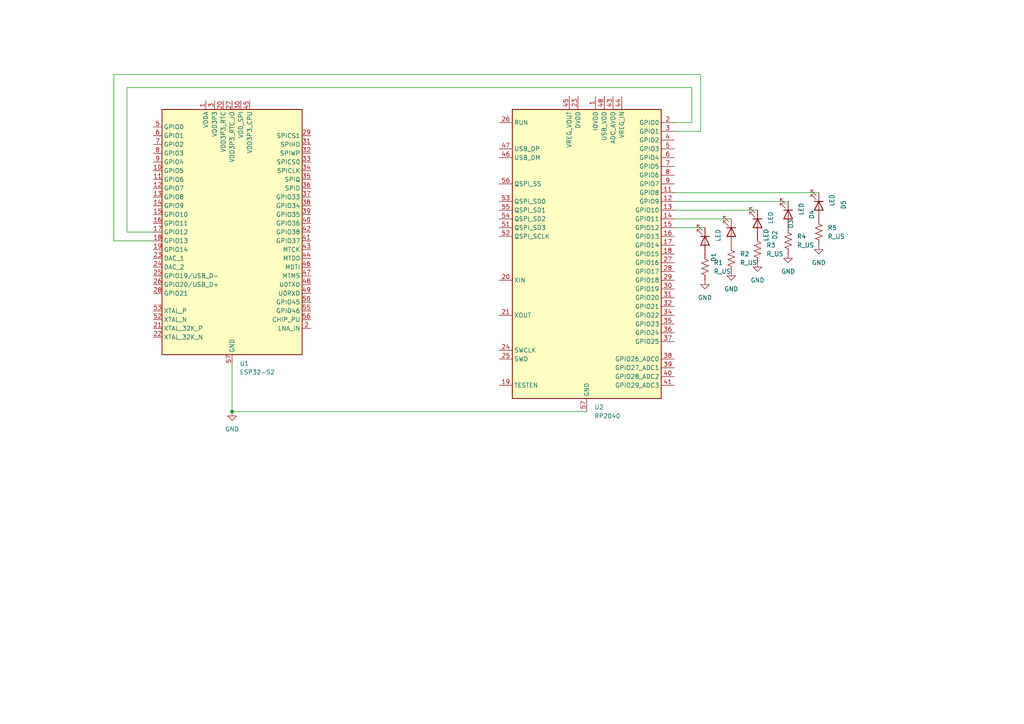
<source format=kicad_sch>
(kicad_sch (version 20231120) (generator "eeschema") (generator_version "8.0")
  (paper "A4")
  (lib_symbols
    (symbol "Device:LED" (pin_numbers hide) (pin_names (offset 1.016) hide)
      (property "Reference" "D" (at 0 2.54 0))
      (property "Value" "LED" (at 0 -2.54 0))
      (symbol "LED_0_1"
        (polyline (pts (xy -1.27 -1.27) (xy -1.27 1.27)) (stroke (width 0.254)))
        (polyline (pts (xy -1.27 0) (xy 1.27 0)))
        (polyline (pts (xy 1.27 -1.27) (xy 1.27 1.27) (xy -1.27 0) (xy 1.27 -1.27)) (stroke (width 0.254)))
        (polyline (pts (xy -3.048 -0.762) (xy -4.572 -2.286) (xy -3.81 -2.286) (xy -4.572 -2.286) (xy -4.572 -1.524)))
        (polyline (pts (xy -1.778 -0.762) (xy -3.302 -2.286) (xy -2.54 -2.286) (xy -3.302 -2.286) (xy -3.302 -1.524)))
      )
      (symbol "LED_1_1"
        (pin passive line (at -3.81 0 0) (length 2.54) (name "K") (number "1"))
        (pin passive line (at 3.81 0 180) (length 2.54) (name "A") (number "2"))
      )
    )
    (symbol "Device:R_US" (pin_numbers hide) (pin_names (offset 0))
      (property "Reference" "R" (at 2.54 0 90))
      (property "Value" "R_US" (at -2.54 0 90))
      (symbol "R_US_0_1"
        (polyline (pts (xy 0 -2.286) (xy 0 -2.54)))
        (polyline (pts (xy 0 2.286) (xy 0 2.54)))
        (polyline (pts (xy 0 -0.762) (xy 1.016 -1.143) (xy 0 -1.524) (xy -1.016 -1.905) (xy 0 -2.286)))
        (polyline (pts (xy 0 0.762) (xy 1.016 0.381) (xy 0 0) (xy -1.016 -0.381) (xy 0 -0.762)))
        (polyline (pts (xy 0 2.286) (xy 1.016 1.905) (xy 0 1.524) (xy -1.016 1.143) (xy 0 0.762)))
      )
      (symbol "R_US_1_1"
        (pin passive line (at 0 3.81 270) (length 1.27) (name "~") (number "1"))
        (pin passive line (at 0 -3.81 90) (length 1.27) (name "~") (number "2"))
      )
    )
    (symbol "MCU_Espressif:ESP32-S2"
      (property "Reference" "U" (at 12.7 -38.1 0))
      (property "Value" "ESP32-S2" (at 16.51 -40.64 0))
      (symbol "ESP32-S2_0_1"
        (rectangle (start -20.32 35.56) (end 20.32 -35.56) (stroke (width 0.254)) (fill (type background)))
      )
      (symbol "ESP32-S2_1_1"
        (pin power_in line (at -7.62 38.1 270) (length 2.54) (name "VDDA") (number "1"))
        (pin bidirectional line (at -22.86 17.78 0) (length 2.54) (name "GPIO5") (number "10"))
        (pin bidirectional line (at -22.86 15.24 0) (length 2.54) (name "GPIO6") (number "11"))
        (pin bidirectional line (at -22.86 12.7 0) (length 2.54) (name "GPIO7") (number "12"))
        (pin bidirectional line (at -22.86 10.16 0) (length 2.54) (name "GPIO8") (number "13"))
        (pin bidirectional line (at -22.86 7.62 0) (length 2.54) (name "GPIO9") (number "14"))
        (pin bidirectional line (at -22.86 5.08 0) (length 2.54) (name "GPIO10") (number "15"))
        (pin bidirectional line (at -22.86 2.54 0) (length 2.54) (name "GPIO11") (number "16"))
        (pin bidirectional line (at -22.86 0 0) (length 2.54) (name "GPIO12") (number "17"))
        (pin bidirectional line (at -22.86 -2.54 0) (length 2.54) (name "GPIO13") (number "18"))
        (pin bidirectional line (at -22.86 -5.08 0) (length 2.54) (name "GPIO14") (number "19"))
        (pin bidirectional line (at 22.86 -27.94 180) (length 2.54) (name "LNA_IN") (number "2"))
        (pin power_in line (at -2.54 38.1 270) (length 2.54) (name "VDD3P3_RTC") (number "20"))
        (pin passive line (at -22.86 -27.94 0) (length 2.54) (name "XTAL_32K_P") (number "21"))
        (pin passive line (at -22.86 -30.48 0) (length 2.54) (name "XTAL_32K_N") (number "22"))
        (pin bidirectional line (at -22.86 -7.62 0) (length 2.54) (name "DAC_1") (number "23"))
        (pin bidirectional line (at -22.86 -10.16 0) (length 2.54) (name "DAC_2") (number "24"))
        (pin bidirectional line (at -22.86 -12.7 0) (length 2.54) (name "GPIO19/USB_D-") (number "25"))
        (pin bidirectional line (at -22.86 -15.24 0) (length 2.54) (name "GPIO20/USB_D+") (number "26"))
        (pin power_in line (at 0 38.1 270) (length 2.54) (name "VDD3P3_RTC_IO") (number "27"))
        (pin bidirectional line (at -22.86 -17.78 0) (length 2.54) (name "GPIO21") (number "28"))
        (pin bidirectional line (at 22.86 27.94 180) (length 2.54) (name "SPICS1") (number "29"))
        (pin power_in line (at -5.08 38.1 270) (length 2.54) (name "VDD3P3") (number "3"))
        (pin power_out line (at 2.54 38.1 270) (length 2.54) (name "VDD_SPI") (number "30"))
        (pin bidirectional line (at 22.86 25.4 180) (length 2.54) (name "SPIHD") (number "31"))
        (pin bidirectional line (at 22.86 22.86 180) (length 2.54) (name "SPIWP") (number "32"))
        (pin bidirectional line (at 22.86 20.32 180) (length 2.54) (name "SPICS0") (number "33"))
        (pin bidirectional line (at 22.86 17.78 180) (length 2.54) (name "SPICLK") (number "34"))
        (pin bidirectional line (at 22.86 15.24 180) (length 2.54) (name "SPIQ") (number "35"))
        (pin bidirectional line (at 22.86 12.7 180) (length 2.54) (name "SPID") (number "36"))
        (pin bidirectional line (at 22.86 10.16 180) (length 2.54) (name "GPIO33") (number "37"))
        (pin bidirectional line (at 22.86 7.62 180) (length 2.54) (name "GPIO34") (number "38"))
        (pin bidirectional line (at 22.86 5.08 180) (length 2.54) (name "GPIO35") (number "39"))
        (pin passive line (at -5.08 38.1 270) (length 2.54) hide (name "VDD3P3") (number "4"))
        (pin bidirectional line (at 22.86 2.54 180) (length 2.54) (name "GPIO36") (number "40"))
        (pin bidirectional line (at 22.86 -2.54 180) (length 2.54) (name "GPIO37") (number "41"))
        (pin bidirectional line (at 22.86 0 180) (length 2.54) (name "GPIO38") (number "42"))
        (pin bidirectional line (at 22.86 -5.08 180) (length 2.54) (name "MTCK") (number "43"))
        (pin bidirectional line (at 22.86 -7.62 180) (length 2.54) (name "MTD0") (number "44"))
        (pin power_in line (at 5.08 38.1 270) (length 2.54) (name "VDD3P3_CPU") (number "45"))
        (pin bidirectional line (at 22.86 -10.16 180) (length 2.54) (name "MDTI") (number "46"))
        (pin bidirectional line (at 22.86 -12.7 180) (length 2.54) (name "MTMS") (number "47"))
        (pin bidirectional line (at 22.86 -15.24 180) (length 2.54) (name "U0TXD") (number "48"))
        (pin bidirectional line (at 22.86 -17.78 180) (length 2.54) (name "U0RXD") (number "49"))
        (pin bidirectional line (at -22.86 30.48 0) (length 2.54) (name "GPIO0") (number "5"))
        (pin bidirectional line (at 22.86 -20.32 180) (length 2.54) (name "GPIO45") (number "50"))
        (pin passive line (at -7.62 38.1 270) (length 2.54) hide (name "VDDA") (number "51"))
        (pin output line (at -22.86 -25.4 0) (length 2.54) (name "XTAL_N") (number "52"))
        (pin input line (at -22.86 -22.86 0) (length 2.54) (name "XTAL_P") (number "53"))
        (pin passive line (at -7.62 38.1 270) (length 2.54) hide (name "VDDA") (number "54"))
        (pin input line (at 22.86 -22.86 180) (length 2.54) (name "GPIO46") (number "55"))
        (pin input line (at 22.86 -25.4 180) (length 2.54) (name "CHIP_PU") (number "56"))
        (pin power_in line (at 0 -38.1 90) (length 2.54) (name "GND") (number "57"))
        (pin bidirectional line (at -22.86 27.94 0) (length 2.54) (name "GPIO1") (number "6"))
        (pin bidirectional line (at -22.86 25.4 0) (length 2.54) (name "GPIO2") (number "7"))
        (pin bidirectional line (at -22.86 22.86 0) (length 2.54) (name "GPIO3") (number "8"))
        (pin bidirectional line (at -22.86 20.32 0) (length 2.54) (name "GPIO4") (number "9"))
      )
    )
    (symbol "MCU_RaspberryPi:RP2040"
      (property "Reference" "U" (at 17.78 45.72 0))
      (property "Value" "RP2040" (at 17.78 43.18 0))
      (symbol "RP2040_0_1"
        (rectangle (start -21.59 41.91) (end 21.59 -41.91) (stroke (width 0.254)) (fill (type background)))
      )
      (symbol "RP2040_1_1"
        (pin power_in line (at 2.54 45.72 270) (length 3.81) (name "IOVDD") (number "1"))
        (pin passive line (at 2.54 45.72 270) (length 3.81) hide (name "IOVDD") (number "10"))
        (pin bidirectional line (at 25.4 17.78 180) (length 3.81) (name "GPIO8") (number "11"))
        (pin bidirectional line (at 25.4 15.24 180) (length 3.81) (name "GPIO9") (number "12"))
        (pin bidirectional line (at 25.4 12.7 180) (length 3.81) (name "GPIO10") (number "13"))
        (pin bidirectional line (at 25.4 10.16 180) (length 3.81) (name "GPIO11") (number "14"))
        (pin bidirectional line (at 25.4 7.62 180) (length 3.81) (name "GPIO12") (number "15"))
        (pin bidirectional line (at 25.4 5.08 180) (length 3.81) (name "GPIO13") (number "16"))
        (pin bidirectional line (at 25.4 2.54 180) (length 3.81) (name "GPIO14") (number "17"))
        (pin bidirectional line (at 25.4 0 180) (length 3.81) (name "GPIO15") (number "18"))
        (pin input line (at -25.4 -38.1 0) (length 3.81) (name "TESTEN") (number "19"))
        (pin bidirectional line (at 25.4 38.1 180) (length 3.81) (name "GPIO0") (number "2"))
        (pin input line (at -25.4 -7.62 0) (length 3.81) (name "XIN") (number "20"))
        (pin passive line (at -25.4 -17.78 0) (length 3.81) (name "XOUT") (number "21"))
        (pin passive line (at 2.54 45.72 270) (length 3.81) hide (name "IOVDD") (number "22"))
        (pin power_in line (at -2.54 45.72 270) (length 3.81) (name "DVDD") (number "23"))
        (pin input line (at -25.4 -27.94 0) (length 3.81) (name "SWCLK") (number "24"))
        (pin bidirectional line (at -25.4 -30.48 0) (length 3.81) (name "SWD") (number "25"))
        (pin input line (at -25.4 38.1 0) (length 3.81) (name "RUN") (number "26"))
        (pin bidirectional line (at 25.4 -2.54 180) (length 3.81) (name "GPIO16") (number "27"))
        (pin bidirectional line (at 25.4 -5.08 180) (length 3.81) (name "GPIO17") (number "28"))
        (pin bidirectional line (at 25.4 -7.62 180) (length 3.81) (name "GPIO18") (number "29"))
        (pin bidirectional line (at 25.4 35.56 180) (length 3.81) (name "GPIO1") (number "3"))
        (pin bidirectional line (at 25.4 -10.16 180) (length 3.81) (name "GPIO19") (number "30"))
        (pin bidirectional line (at 25.4 -12.7 180) (length 3.81) (name "GPIO20") (number "31"))
        (pin bidirectional line (at 25.4 -15.24 180) (length 3.81) (name "GPIO21") (number "32"))
        (pin passive line (at 2.54 45.72 270) (length 3.81) hide (name "IOVDD") (number "33"))
        (pin bidirectional line (at 25.4 -17.78 180) (length 3.81) (name "GPIO22") (number "34"))
        (pin bidirectional line (at 25.4 -20.32 180) (length 3.81) (name "GPIO23") (number "35"))
        (pin bidirectional line (at 25.4 -22.86 180) (length 3.81) (name "GPIO24") (number "36"))
        (pin bidirectional line (at 25.4 -25.4 180) (length 3.81) (name "GPIO25") (number "37"))
        (pin bidirectional line (at 25.4 -30.48 180) (length 3.81) (name "GPIO26_ADC0") (number "38"))
        (pin bidirectional line (at 25.4 -33.02 180) (length 3.81) (name "GPIO27_ADC1") (number "39"))
        (pin bidirectional line (at 25.4 33.02 180) (length 3.81) (name "GPIO2") (number "4"))
        (pin bidirectional line (at 25.4 -35.56 180) (length 3.81) (name "GPIO28_ADC2") (number "40"))
        (pin bidirectional line (at 25.4 -38.1 180) (length 3.81) (name "GPIO29_ADC3") (number "41"))
        (pin passive line (at 2.54 45.72 270) (length 3.81) hide (name "IOVDD") (number "42"))
        (pin power_in line (at 7.62 45.72 270) (length 3.81) (name "ADC_AVDD") (number "43"))
        (pin power_in line (at 10.16 45.72 270) (length 3.81) (name "VREG_IN") (number "44"))
        (pin power_out line (at -5.08 45.72 270) (length 3.81) (name "VREG_VOUT") (number "45"))
        (pin bidirectional line (at -25.4 27.94 0) (length 3.81) (name "USB_DM") (number "46"))
        (pin bidirectional line (at -25.4 30.48 0) (length 3.81) (name "USB_DP") (number "47"))
        (pin power_in line (at 5.08 45.72 270) (length 3.81) (name "USB_VDD") (number "48"))
        (pin passive line (at 2.54 45.72 270) (length 3.81) hide (name "IOVDD") (number "49"))
        (pin bidirectional line (at 25.4 30.48 180) (length 3.81) (name "GPIO3") (number "5"))
        (pin passive line (at -2.54 45.72 270) (length 3.81) hide (name "DVDD") (number "50"))
        (pin bidirectional line (at -25.4 7.62 0) (length 3.81) (name "QSPI_SD3") (number "51"))
        (pin output line (at -25.4 5.08 0) (length 3.81) (name "QSPI_SCLK") (number "52"))
        (pin bidirectional line (at -25.4 15.24 0) (length 3.81) (name "QSPI_SD0") (number "53"))
        (pin bidirectional line (at -25.4 10.16 0) (length 3.81) (name "QSPI_SD2") (number "54"))
        (pin bidirectional line (at -25.4 12.7 0) (length 3.81) (name "QSPI_SD1") (number "55"))
        (pin bidirectional line (at -25.4 20.32 0) (length 3.81) (name "QSPI_SS") (number "56"))
        (pin power_in line (at 0 -45.72 90) (length 3.81) (name "GND") (number "57"))
        (pin bidirectional line (at 25.4 27.94 180) (length 3.81) (name "GPIO4") (number "6"))
        (pin bidirectional line (at 25.4 25.4 180) (length 3.81) (name "GPIO5") (number "7"))
        (pin bidirectional line (at 25.4 22.86 180) (length 3.81) (name "GPIO6") (number "8"))
        (pin bidirectional line (at 25.4 20.32 180) (length 3.81) (name "GPIO7") (number "9"))
      )
    )
    (symbol "power:GND" (power) (pin_numbers hide) (pin_names (offset 0) hide)
      (property "Value" "GND" (at 0 -3.81 0))
      (symbol "GND_0_1"
        (polyline (pts (xy 0 0) (xy 0 -1.27) (xy 1.27 -1.27) (xy 0 -2.54) (xy -1.27 -1.27) (xy 0 -1.27)))
      )
      (symbol "GND_1_1"
        (pin power_in line (at 0 0 270) (length 0) (name "~") (number "1"))
      )
    )
  )
  (junction (at 67.31 119.38))
  (wire (pts (xy 195.58 58.42) (xy 228.6 58.42)))
  (wire (pts (xy 44.45 67.31) (xy 36.83 67.31)))
  (wire (pts (xy 195.58 66.04) (xy 204.47 66.04)))
  (wire (pts (xy 36.83 67.31) (xy 36.83 25.4)))
  (wire (pts (xy 195.58 60.96) (xy 219.71 60.96)))
  (wire (pts (xy 200.66 25.4) (xy 200.66 35.56)))
  (wire (pts (xy 36.83 25.4) (xy 200.66 25.4)))
  (wire (pts (xy 33.02 69.85) (xy 33.02 21.59)))
  (wire (pts (xy 33.02 21.59) (xy 203.2 21.59)))
  (wire (pts (xy 195.58 63.5) (xy 212.09 63.5)))
  (wire (pts (xy 203.2 21.59) (xy 203.2 38.1)))
  (wire (pts (xy 67.31 119.38) (xy 170.18 119.38)))
  (wire (pts (xy 195.58 55.88) (xy 237.49 55.88)))
  (wire (pts (xy 44.45 69.85) (xy 33.02 69.85)))
  (wire (pts (xy 67.31 105.41) (xy 67.31 119.38)))
  (wire (pts (xy 200.66 35.56) (xy 195.58 35.56)))
  (wire (pts (xy 203.2 38.1) (xy 195.58 38.1)))
  (symbol (lib_id "Device:R_US") (at 219.71 72.39 0) (unit 1)
    (property "Reference" "R3" (at 222.25 71.1199 0) (effects (justify left)))
    (property "Value" "R_US" (at 222.25 73.6599 0) (effects (justify left)))
    (property "Description" "Resistor, US symbol" (effects (hide yes)))
  )
  (symbol (lib_id "Device:LED") (at 204.47 69.85 270) (unit 1)
    (property "Reference" "D1" (at 207.01 74.6125 0))
    (property "Value" "LED" (at 208.28 68.2625 0))
    (property "Description" "Light emitting diode" (effects (hide yes)))
  )
  (symbol (lib_id "Device:R_US") (at 212.09 74.93 0) (unit 1)
    (property "Reference" "R2" (at 214.63 73.6599 0) (effects (justify left)))
    (property "Value" "R_US" (at 214.63 76.1999 0) (effects (justify left)))
    (property "Description" "Resistor, US symbol" (effects (hide yes)))
  )
  (symbol (lib_id "power:GND") (at 228.6 73.66 0) (unit 1)
    (property "Reference" "#PWR04" (effects (hide yes)))
    (property "Value" "GND" (at 228.6 78.74 0))
    (property "Description" "Power symbol creates a global label with name \"GND\" , ground" (effects (hide yes)))
  )
  (symbol (lib_id "power:GND") (at 237.49 71.12 0) (unit 1)
    (property "Reference" "#PWR05" (effects (hide yes)))
    (property "Value" "GND" (at 237.49 76.2 0))
    (property "Description" "Power symbol creates a global label with name \"GND\" , ground" (effects (hide yes)))
  )
  (symbol (lib_id "MCU_Espressif:ESP32-S2") (at 67.31 67.31 0) (unit 1)
    (property "Reference" "U1" (at 69.5041 105.41 0) (effects (justify left)))
    (property "Value" "ESP32-S2" (at 69.5041 107.95 0) (effects (justify left)))
    (property "Footprint" "Package_DFN_QFN:QFN-56-1EP_7x7mm_P0.4mm_EP4x4mm" (effects (hide yes)))
    (property "Datasheet" "https://www.espressif.com/sites/default/files/documentation/esp32-s2_datasheet_en.pdf" (effects (hide yes)))
    (property "Description" "Microcontroller, Wi-Fi 802.11b/g/n, Bluetooth, 32bit" (effects (hide yes)))
  )
  (symbol (lib_id "power:GND") (at 204.47 81.28 0) (unit 1)
    (property "Reference" "#PWR01" (effects (hide yes)))
    (property "Value" "GND" (at 204.47 86.36 0))
    (property "Description" "Power symbol creates a global label with name \"GND\" , ground" (effects (hide yes)))
  )
  (symbol (lib_id "Device:LED") (at 212.09 67.31 270) (unit 1)
    (property "Reference" "D2" (at 224.7434 68.1816 0))
    (property "Value" "LED" (at 222.2034 68.1816 0))
    (property "Description" "Light emitting diode" (effects (hide yes)))
  )
  (symbol (lib_id "power:GND") (at 67.31 119.38 0) (unit 1)
    (property "Reference" "#PWR06" (effects (hide yes)))
    (property "Value" "GND" (at 67.31 124.46 0))
    (property "Description" "Power symbol creates a global label with name \"GND\" , ground" (effects (hide yes)))
  )
  (symbol (lib_id "MCU_RaspberryPi:RP2040") (at 170.18 73.66 0) (unit 1)
    (property "Reference" "U2" (at 172.3741 118.11 0) (effects (justify left)))
    (property "Value" "RP2040" (at 172.3741 120.65 0) (effects (justify left)))
    (property "Footprint" "Package_DFN_QFN:QFN-56-1EP_7x7mm_P0.4mm_EP3.2x3.2mm" (effects (hide yes)))
    (property "Datasheet" "https://datasheets.raspberrypi.com/rp2040/rp2040-datasheet.pdf" (effects (hide yes)))
    (property "Description" "A microcontroller by Raspberry Pi" (effects (hide yes)))
  )
  (symbol (lib_id "Device:R_US") (at 237.49 67.31 0) (unit 1)
    (property "Reference" "R5" (at 240.03 66.0399 0) (effects (justify left)))
    (property "Value" "R_US" (at 240.03 68.5799 0) (effects (justify left)))
    (property "Description" "Resistor, US symbol" (effects (hide yes)))
  )
  (symbol (lib_id "Device:LED") (at 228.6 62.23 270) (unit 1)
    (property "Reference" "D4" (at 235.458 62.23 0))
    (property "Value" "LED" (at 232.41 60.6425 0))
    (property "Description" "Light emitting diode" (effects (hide yes)))
  )
  (symbol (lib_id "power:GND") (at 219.71 76.2 0) (unit 1)
    (property "Reference" "#PWR03" (effects (hide yes)))
    (property "Value" "GND" (at 219.71 81.28 0))
    (property "Description" "Power symbol creates a global label with name \"GND\" , ground" (effects (hide yes)))
  )
  (symbol (lib_id "Device:R_US") (at 204.47 77.47 0) (unit 1)
    (property "Reference" "R1" (at 207.01 76.1999 0) (effects (justify left)))
    (property "Value" "R_US" (at 207.01 78.7399 0) (effects (justify left)))
    (property "Description" "Resistor, US symbol" (effects (hide yes)))
  )
  (symbol (lib_id "Device:R_US") (at 228.6 69.85 0) (unit 1)
    (property "Reference" "R4" (at 231.14 68.5799 0) (effects (justify left)))
    (property "Value" "R_US" (at 231.14 71.1199 0) (effects (justify left)))
    (property "Description" "Resistor, US symbol" (effects (hide yes)))
  )
  (symbol (lib_id "Device:LED") (at 237.49 59.69 270) (unit 1)
    (property "Reference" "D5" (at 244.657 59.3725 0))
    (property "Value" "LED" (at 241.3 58.1025 0))
    (property "Description" "Light emitting diode" (effects (hide yes)))
  )
  (symbol (lib_id "power:GND") (at 212.09 78.74 0) (unit 1)
    (property "Reference" "#PWR02" (effects (hide yes)))
    (property "Value" "GND" (at 212.09 83.82 0))
    (property "Description" "Power symbol creates a global label with name \"GND\" , ground" (effects (hide yes)))
  )
  (symbol (lib_id "Device:LED") (at 219.71 64.77 270) (unit 1)
    (property "Reference" "D3" (at 229.3523 64.9379 0))
    (property "Value" "LED" (at 223.52 63.1825 0))
    (property "Description" "Light emitting diode" (effects (hide yes)))
  )
)
</source>
